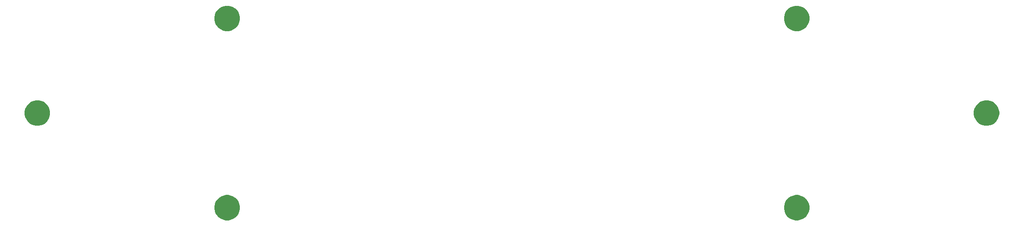
<source format=gbs>
G04 #@! TF.GenerationSoftware,KiCad,Pcbnew,5.0.1*
G04 #@! TF.CreationDate,2018-11-18T19:06:15-02:00*
G04 #@! TF.ProjectId,plate,706C6174652E6B696361645F70636200,rev?*
G04 #@! TF.SameCoordinates,Original*
G04 #@! TF.FileFunction,Soldermask,Bot*
G04 #@! TF.FilePolarity,Negative*
%FSLAX46Y46*%
G04 Gerber Fmt 4.6, Leading zero omitted, Abs format (unit mm)*
G04 Created by KiCad (PCBNEW 5.0.1) date Sun 18 Nov 2018 07:06:15 PM -02*
%MOMM*%
%LPD*%
G01*
G04 APERTURE LIST*
%ADD10C,0.100000*%
G04 APERTURE END LIST*
D10*
G36*
X205944096Y-119147033D02*
X205944098Y-119147034D01*
X205944099Y-119147034D01*
X206408352Y-119339333D01*
X206824284Y-119617250D01*
X206826171Y-119618511D01*
X207181489Y-119973829D01*
X207181491Y-119973832D01*
X207460667Y-120391648D01*
X207652966Y-120855901D01*
X207751000Y-121348748D01*
X207751000Y-121851252D01*
X207652966Y-122344099D01*
X207460667Y-122808352D01*
X207182750Y-123224284D01*
X207181489Y-123226171D01*
X206826171Y-123581489D01*
X206826168Y-123581491D01*
X206408352Y-123860667D01*
X205944099Y-124052966D01*
X205944098Y-124052966D01*
X205944096Y-124052967D01*
X205451253Y-124151000D01*
X204948747Y-124151000D01*
X204455904Y-124052967D01*
X204455902Y-124052966D01*
X204455901Y-124052966D01*
X203991648Y-123860667D01*
X203573832Y-123581491D01*
X203573829Y-123581489D01*
X203218511Y-123226171D01*
X203217250Y-123224284D01*
X202939333Y-122808352D01*
X202747034Y-122344099D01*
X202649000Y-121851252D01*
X202649000Y-121348748D01*
X202747034Y-120855901D01*
X202939333Y-120391648D01*
X203218509Y-119973832D01*
X203218511Y-119973829D01*
X203573829Y-119618511D01*
X203575716Y-119617250D01*
X203991648Y-119339333D01*
X204455901Y-119147034D01*
X204455902Y-119147034D01*
X204455904Y-119147033D01*
X204948747Y-119049000D01*
X205451253Y-119049000D01*
X205944096Y-119147033D01*
X205944096Y-119147033D01*
G37*
G36*
X91944096Y-119147033D02*
X91944098Y-119147034D01*
X91944099Y-119147034D01*
X92408352Y-119339333D01*
X92824284Y-119617250D01*
X92826171Y-119618511D01*
X93181489Y-119973829D01*
X93181491Y-119973832D01*
X93460667Y-120391648D01*
X93652966Y-120855901D01*
X93751000Y-121348748D01*
X93751000Y-121851252D01*
X93652966Y-122344099D01*
X93460667Y-122808352D01*
X93182750Y-123224284D01*
X93181489Y-123226171D01*
X92826171Y-123581489D01*
X92826168Y-123581491D01*
X92408352Y-123860667D01*
X91944099Y-124052966D01*
X91944098Y-124052966D01*
X91944096Y-124052967D01*
X91451253Y-124151000D01*
X90948747Y-124151000D01*
X90455904Y-124052967D01*
X90455902Y-124052966D01*
X90455901Y-124052966D01*
X89991648Y-123860667D01*
X89573832Y-123581491D01*
X89573829Y-123581489D01*
X89218511Y-123226171D01*
X89217250Y-123224284D01*
X88939333Y-122808352D01*
X88747034Y-122344099D01*
X88649000Y-121851252D01*
X88649000Y-121348748D01*
X88747034Y-120855901D01*
X88939333Y-120391648D01*
X89218509Y-119973832D01*
X89218511Y-119973829D01*
X89573829Y-119618511D01*
X89575716Y-119617250D01*
X89991648Y-119339333D01*
X90455901Y-119147034D01*
X90455902Y-119147034D01*
X90455904Y-119147033D01*
X90948747Y-119049000D01*
X91451253Y-119049000D01*
X91944096Y-119147033D01*
X91944096Y-119147033D01*
G37*
G36*
X243944096Y-100147033D02*
X243944098Y-100147034D01*
X243944099Y-100147034D01*
X244408352Y-100339333D01*
X244824284Y-100617250D01*
X244826171Y-100618511D01*
X245181489Y-100973829D01*
X245181491Y-100973832D01*
X245460667Y-101391648D01*
X245652966Y-101855901D01*
X245751000Y-102348748D01*
X245751000Y-102851252D01*
X245652966Y-103344099D01*
X245460667Y-103808352D01*
X245182750Y-104224284D01*
X245181489Y-104226171D01*
X244826171Y-104581489D01*
X244826168Y-104581491D01*
X244408352Y-104860667D01*
X243944099Y-105052966D01*
X243944098Y-105052966D01*
X243944096Y-105052967D01*
X243451253Y-105151000D01*
X242948747Y-105151000D01*
X242455904Y-105052967D01*
X242455902Y-105052966D01*
X242455901Y-105052966D01*
X241991648Y-104860667D01*
X241573832Y-104581491D01*
X241573829Y-104581489D01*
X241218511Y-104226171D01*
X241217250Y-104224284D01*
X240939333Y-103808352D01*
X240747034Y-103344099D01*
X240649000Y-102851252D01*
X240649000Y-102348748D01*
X240747034Y-101855901D01*
X240939333Y-101391648D01*
X241218509Y-100973832D01*
X241218511Y-100973829D01*
X241573829Y-100618511D01*
X241575716Y-100617250D01*
X241991648Y-100339333D01*
X242455901Y-100147034D01*
X242455902Y-100147034D01*
X242455904Y-100147033D01*
X242948747Y-100049000D01*
X243451253Y-100049000D01*
X243944096Y-100147033D01*
X243944096Y-100147033D01*
G37*
G36*
X53944096Y-100147033D02*
X53944098Y-100147034D01*
X53944099Y-100147034D01*
X54408352Y-100339333D01*
X54824284Y-100617250D01*
X54826171Y-100618511D01*
X55181489Y-100973829D01*
X55181491Y-100973832D01*
X55460667Y-101391648D01*
X55652966Y-101855901D01*
X55751000Y-102348748D01*
X55751000Y-102851252D01*
X55652966Y-103344099D01*
X55460667Y-103808352D01*
X55182750Y-104224284D01*
X55181489Y-104226171D01*
X54826171Y-104581489D01*
X54826168Y-104581491D01*
X54408352Y-104860667D01*
X53944099Y-105052966D01*
X53944098Y-105052966D01*
X53944096Y-105052967D01*
X53451253Y-105151000D01*
X52948747Y-105151000D01*
X52455904Y-105052967D01*
X52455902Y-105052966D01*
X52455901Y-105052966D01*
X51991648Y-104860667D01*
X51573832Y-104581491D01*
X51573829Y-104581489D01*
X51218511Y-104226171D01*
X51217250Y-104224284D01*
X50939333Y-103808352D01*
X50747034Y-103344099D01*
X50649000Y-102851252D01*
X50649000Y-102348748D01*
X50747034Y-101855901D01*
X50939333Y-101391648D01*
X51218509Y-100973832D01*
X51218511Y-100973829D01*
X51573829Y-100618511D01*
X51575716Y-100617250D01*
X51991648Y-100339333D01*
X52455901Y-100147034D01*
X52455902Y-100147034D01*
X52455904Y-100147033D01*
X52948747Y-100049000D01*
X53451253Y-100049000D01*
X53944096Y-100147033D01*
X53944096Y-100147033D01*
G37*
G36*
X205944096Y-81147033D02*
X205944098Y-81147034D01*
X205944099Y-81147034D01*
X206408352Y-81339333D01*
X206824284Y-81617250D01*
X206826171Y-81618511D01*
X207181489Y-81973829D01*
X207181491Y-81973832D01*
X207460667Y-82391648D01*
X207652966Y-82855901D01*
X207751000Y-83348748D01*
X207751000Y-83851252D01*
X207652966Y-84344099D01*
X207460667Y-84808352D01*
X207182750Y-85224284D01*
X207181489Y-85226171D01*
X206826171Y-85581489D01*
X206826168Y-85581491D01*
X206408352Y-85860667D01*
X205944099Y-86052966D01*
X205944098Y-86052966D01*
X205944096Y-86052967D01*
X205451253Y-86151000D01*
X204948747Y-86151000D01*
X204455904Y-86052967D01*
X204455902Y-86052966D01*
X204455901Y-86052966D01*
X203991648Y-85860667D01*
X203573832Y-85581491D01*
X203573829Y-85581489D01*
X203218511Y-85226171D01*
X203217250Y-85224284D01*
X202939333Y-84808352D01*
X202747034Y-84344099D01*
X202649000Y-83851252D01*
X202649000Y-83348748D01*
X202747034Y-82855901D01*
X202939333Y-82391648D01*
X203218509Y-81973832D01*
X203218511Y-81973829D01*
X203573829Y-81618511D01*
X203575716Y-81617250D01*
X203991648Y-81339333D01*
X204455901Y-81147034D01*
X204455902Y-81147034D01*
X204455904Y-81147033D01*
X204948747Y-81049000D01*
X205451253Y-81049000D01*
X205944096Y-81147033D01*
X205944096Y-81147033D01*
G37*
G36*
X91944096Y-81147033D02*
X91944098Y-81147034D01*
X91944099Y-81147034D01*
X92408352Y-81339333D01*
X92824284Y-81617250D01*
X92826171Y-81618511D01*
X93181489Y-81973829D01*
X93181491Y-81973832D01*
X93460667Y-82391648D01*
X93652966Y-82855901D01*
X93751000Y-83348748D01*
X93751000Y-83851252D01*
X93652966Y-84344099D01*
X93460667Y-84808352D01*
X93182750Y-85224284D01*
X93181489Y-85226171D01*
X92826171Y-85581489D01*
X92826168Y-85581491D01*
X92408352Y-85860667D01*
X91944099Y-86052966D01*
X91944098Y-86052966D01*
X91944096Y-86052967D01*
X91451253Y-86151000D01*
X90948747Y-86151000D01*
X90455904Y-86052967D01*
X90455902Y-86052966D01*
X90455901Y-86052966D01*
X89991648Y-85860667D01*
X89573832Y-85581491D01*
X89573829Y-85581489D01*
X89218511Y-85226171D01*
X89217250Y-85224284D01*
X88939333Y-84808352D01*
X88747034Y-84344099D01*
X88649000Y-83851252D01*
X88649000Y-83348748D01*
X88747034Y-82855901D01*
X88939333Y-82391648D01*
X89218509Y-81973832D01*
X89218511Y-81973829D01*
X89573829Y-81618511D01*
X89575716Y-81617250D01*
X89991648Y-81339333D01*
X90455901Y-81147034D01*
X90455902Y-81147034D01*
X90455904Y-81147033D01*
X90948747Y-81049000D01*
X91451253Y-81049000D01*
X91944096Y-81147033D01*
X91944096Y-81147033D01*
G37*
M02*

</source>
